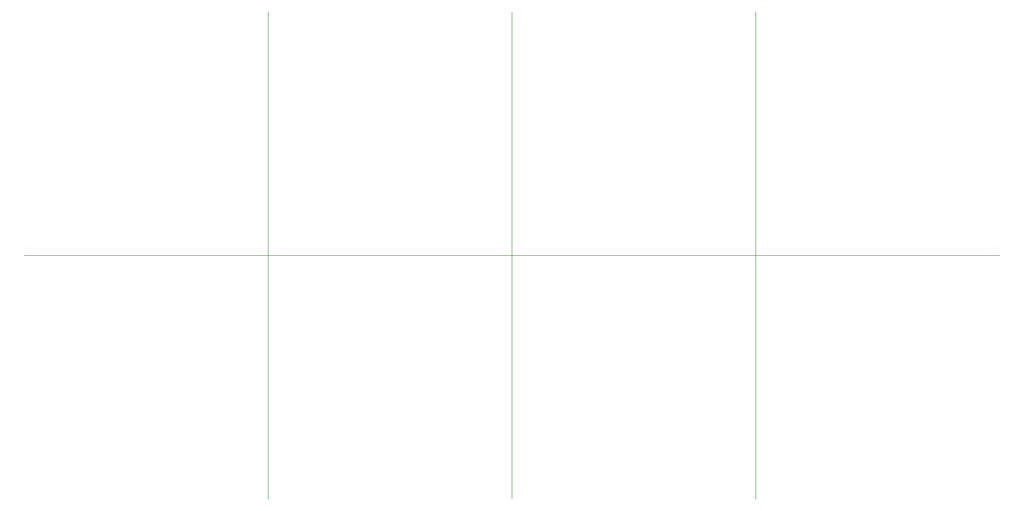
<source format=gbr>
G75*
G71*
%MOMM*%
%OFA0B0*%
%FSLAX53Y53*%
%IPPOS*%
%LPD*%
%ADD10C,0.00100*%
D10*
X0000000Y0040130D02*
X0160520Y0040130D01*
X0040130Y0000000D02*
X0040130Y0080260D01*
X0080260Y0000000D02*
X0080260Y0080260D01*
X0120390Y0000000D02*
X0120390Y0080260D01*
M02*

</source>
